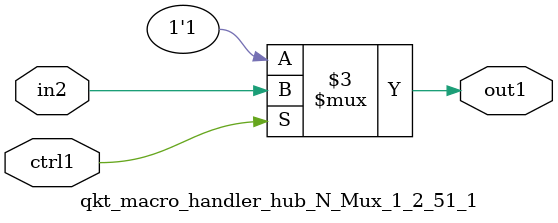
<source format=v>

`timescale 1ps / 1ps


module qkt_macro_handler_hub_N_Mux_1_2_51_1( in2, ctrl1, out1 );

    input in2;
    input ctrl1;
    output out1;
    reg out1;

    
    // rtl_process:qkt_macro_handler_hub_N_Mux_1_2_51_1/qkt_macro_handler_hub_N_Mux_1_2_51_1_thread_1
    always @*
      begin : qkt_macro_handler_hub_N_Mux_1_2_51_1_thread_1
        case (ctrl1) 
          1'b1: 
            begin
              out1 = in2;
            end
          default: 
            begin
              out1 = 1'b1;
            end
        endcase
      end

endmodule


</source>
